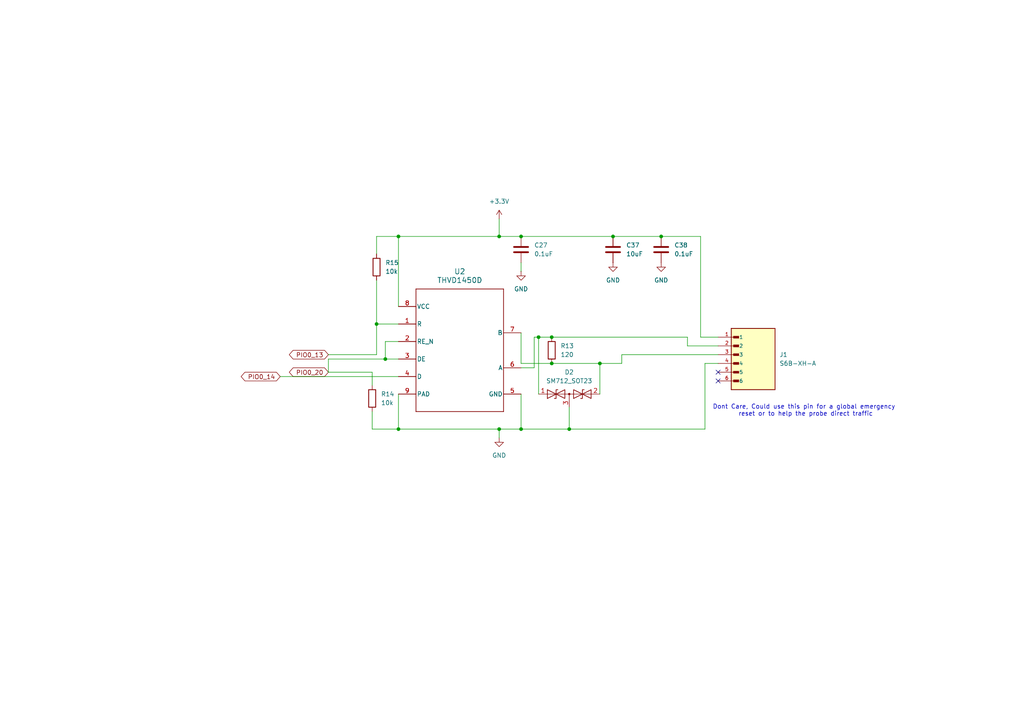
<source format=kicad_sch>
(kicad_sch (version 20250114) (generator "eeschema") (generator_version "9.0")
  (paper "A4")
  (lib_symbols
    (symbol "Device:C" (pin_numbers (hide yes)) (pin_names (offset 0.254))
      (property "Reference" "C" (at 0.635 2.54 0))
      (property "Value" "C" (at 0.635 -2.54 0))
      (symbol "C_0_1"
        (polyline (pts (xy -2.032 0.762) (xy 2.032 0.762)) (stroke (width 0.508)))
        (polyline (pts (xy -2.032 -0.762) (xy 2.032 -0.762)) (stroke (width 0.508)))
      )
      (symbol "C_1_1"
        (pin passive line (at 0 3.81 270) (length 2.794) (name "~") (number "1"))
        (pin passive line (at 0 -3.81 90) (length 2.794) (name "~") (number "2"))
      )
    )
    (symbol "Device:R" (pin_numbers (hide yes)) (pin_names (offset 0))
      (property "Reference" "R" (at 2.032 0 90))
      (property "Value" "R" (at 0 0 90))
      (symbol "R_0_1"
        (rectangle (start -1.016 -2.54) (end 1.016 2.54) (stroke (width 0.254)))
      )
      (symbol "R_1_1"
        (pin passive line (at 0 3.81 270) (length 1.27) (name "~") (number "1"))
        (pin passive line (at 0 -3.81 90) (length 1.27) (name "~") (number "2"))
      )
    )
    (symbol "Diode:SM712_SOT23" (pin_names (offset 1.016) (hide yes))
      (property "Reference" "D" (at 0 4.445 0))
      (property "Value" "SM712_SOT23" (at 0 2.54 0))
      (symbol "SM712_SOT23_0_0"
        (polyline (pts (xy 0 -1.27) (xy 0 0)))
      )
      (symbol "SM712_SOT23_0_1"
        (polyline (pts (xy -6.35 0) (xy 6.35 0)))
        (polyline (pts (xy -6.35 -1.27) (xy -1.27 1.27) (xy -1.27 -1.27) (xy -6.35 1.27) (xy -6.35 -1.27)) (stroke (width 0.2032)))
        (polyline (pts (xy -3.302 1.27) (xy -3.81 1.27) (xy -3.81 -1.27) (xy -4.318 -1.27)) (stroke (width 0.2032)))
        (circle (center 0 0) (radius 0.254) (fill (type outline)))
        (polyline (pts (xy 1.27 -1.27) (xy 1.27 1.27) (xy 6.35 -1.27) (xy 6.35 1.27) (xy 1.27 -1.27)) (stroke (width 0.2032)))
        (polyline (pts (xy 4.318 1.27) (xy 3.81 1.27) (xy 3.81 -1.27) (xy 3.302 -1.27)) (stroke (width 0.2032)))
      )
      (symbol "SM712_SOT23_1_1"
        (pin passive line (at -8.89 0 0) (length 2.54) (name "A1") (number "1"))
        (pin input line (at 0 -3.81 90) (length 2.54) (name "common") (number "3"))
        (pin passive line (at 8.89 0 180) (length 2.54) (name "A2") (number "2"))
      )
    )
    (symbol "RS485Transceiver:THVD1450D" (pin_names (offset 0.254))
      (property "Reference" "U" (at 0 2.54 0))
      (property "Value" "THVD1450D" (at 0 0 0))
      (symbol "THVD1450D_0_1"
        (polyline (pts (xy -12.7 17.78) (xy -12.7 -17.78)) (stroke (width 0.2032)))
        (polyline (pts (xy -12.7 -17.78) (xy 12.7 -17.78)) (stroke (width 0.2032)))
        (polyline (pts (xy 12.7 17.78) (xy -12.7 17.78)) (stroke (width 0.2032)))
        (polyline (pts (xy 12.7 -17.78) (xy 12.7 17.78)) (stroke (width 0.2032)))
        (pin power_in line (at -17.78 12.7 0) (length 5.08) (name "VCC") (number "8"))
        (pin output line (at -17.78 7.62 0) (length 5.08) (name "R") (number "1"))
        (pin input line (at -17.78 2.54 0) (length 5.08) (name "RE_N") (number "2"))
        (pin input line (at -17.78 -2.54 0) (length 5.08) (name "DE") (number "3"))
        (pin input line (at -17.78 -7.62 0) (length 5.08) (name "D") (number "4"))
        (pin unspecified line (at -17.78 -12.7 0) (length 5.08) (name "PAD") (number "9"))
        (pin bidirectional line (at 17.78 5.08 180) (length 5.08) (name "B") (number "7"))
        (pin bidirectional line (at 17.78 -5.08 180) (length 5.08) (name "A") (number "6"))
        (pin power_in line (at 17.78 -12.7 180) (length 5.08) (name "GND") (number "5"))
      )
    )
    (symbol "TotemBusMale:S6B-XH-A" (pin_names (offset 1.016))
      (property "Reference" "J" (at -6.85 10.16 0))
      (property "Value" "S6B-XH-A" (at -6.35 -10.16 0))
      (symbol "S6B-XH-A_0_0"
        (rectangle (start -6.35 -7.62) (end 6.35 10.16) (stroke (width 0.254)) (fill (type background)))
        (rectangle (start -5.715 7.3025) (end -4.1275 7.9375) (stroke (width 0.1)) (fill (type outline)))
        (rectangle (start -5.715 4.7625) (end -4.1275 5.3975) (stroke (width 0.1)) (fill (type outline)))
        (rectangle (start -5.715 2.2225) (end -4.1275 2.8575) (stroke (width 0.1)) (fill (type outline)))
        (rectangle (start -5.715 -0.3175) (end -4.1275 0.3175) (stroke (width 0.1)) (fill (type outline)))
        (rectangle (start -5.715 -2.8575) (end -4.1275 -2.2225) (stroke (width 0.1)) (fill (type outline)))
        (rectangle (start -5.715 -5.3975) (end -4.1275 -4.7625) (stroke (width 0.1)) (fill (type outline)))
        (pin passive line (at -10.16 7.62 0) (length 5.08) (name "1") (number "1"))
        (pin passive line (at -10.16 5.08 0) (length 5.08) (name "2") (number "2"))
        (pin passive line (at -10.16 2.54 0) (length 5.08) (name "3") (number "3"))
        (pin passive line (at -10.16 0 0) (length 5.08) (name "4") (number "4"))
        (pin passive line (at -10.16 -2.54 0) (length 5.08) (name "5") (number "5"))
        (pin passive line (at -10.16 -5.08 0) (length 5.08) (name "6") (number "6"))
      )
    )
    (symbol "power:+3.3V" (power) (pin_numbers (hide yes)) (pin_names (offset 0) (hide yes))
      (property "Value" "+3.3V" (at 0 3.556 0))
      (symbol "+3.3V_0_1"
        (polyline (pts (xy -0.762 1.27) (xy 0 2.54)))
        (polyline (pts (xy 0 2.54) (xy 0.762 1.27)))
        (polyline (pts (xy 0 0) (xy 0 2.54)))
      )
      (symbol "+3.3V_1_1"
        (pin power_in line (at 0 0 90) (length 0) (name "~") (number "1"))
      )
    )
    (symbol "power:GND" (power) (pin_numbers (hide yes)) (pin_names (offset 0) (hide yes))
      (property "Value" "GND" (at 0 -3.81 0))
      (symbol "GND_0_1"
        (polyline (pts (xy 0 0) (xy 0 -1.27) (xy 1.27 -1.27) (xy 0 -2.54) (xy -1.27 -1.27) (xy 0 -1.27)))
      )
      (symbol "GND_1_1"
        (pin power_in line (at 0 0 270) (length 0) (name "~") (number "1"))
      )
    )
  )
  (text "Dont Care, Could use this pin for a global emergency \nreset or to help the probe direct traffic\n" (at 233.68 119.126 0) (effects (font (size 1.27 1.27))))
  (junction (at 191.77 68.58))
  (junction (at 156.21 97.79))
  (junction (at 115.57 124.46))
  (junction (at 115.57 68.58))
  (junction (at 151.13 124.46))
  (junction (at 160.02 97.79))
  (junction (at 111.76 104.14))
  (junction (at 177.8 68.58))
  (junction (at 144.78 124.46))
  (junction (at 160.02 105.41))
  (junction (at 144.78 68.58))
  (junction (at 109.22 93.98))
  (junction (at 165.1 124.46))
  (junction (at 173.99 105.41))
  (junction (at 151.13 68.58))
  (no_connect (at 208.28 107.95))
  (no_connect (at 208.28 110.49))
  (wire (pts (xy 109.22 68.58) (xy 115.57 68.58)))
  (wire (pts (xy 203.2 68.58) (xy 203.2 97.79)))
  (wire (pts (xy 151.13 105.41) (xy 160.02 105.41)))
  (wire (pts (xy 107.95 124.46) (xy 115.57 124.46)))
  (wire (pts (xy 115.57 114.3) (xy 115.57 124.46)))
  (wire (pts (xy 115.57 99.06) (xy 111.76 99.06)))
  (wire (pts (xy 203.2 97.79) (xy 208.28 97.79)))
  (wire (pts (xy 109.22 93.98) (xy 115.57 93.98)))
  (wire (pts (xy 151.13 76.2) (xy 151.13 78.74)))
  (wire (pts (xy 107.95 107.95) (xy 107.95 111.76)))
  (wire (pts (xy 180.34 102.87) (xy 208.28 102.87)))
  (wire (pts (xy 160.02 105.41) (xy 173.99 105.41)))
  (wire (pts (xy 109.22 73.66) (xy 109.22 68.58)))
  (wire (pts (xy 160.02 97.79) (xy 199.39 97.79)))
  (wire (pts (xy 144.78 68.58) (xy 151.13 68.58)))
  (wire (pts (xy 115.57 124.46) (xy 144.78 124.46)))
  (wire (pts (xy 151.13 68.58) (xy 177.8 68.58)))
  (wire (pts (xy 144.78 63.5) (xy 144.78 68.58)))
  (wire (pts (xy 154.94 97.79) (xy 156.21 97.79)))
  (wire (pts (xy 151.13 105.41) (xy 151.13 96.52)))
  (wire (pts (xy 165.1 124.46) (xy 204.47 124.46)))
  (wire (pts (xy 107.95 119.38) (xy 107.95 124.46)))
  (wire (pts (xy 95.25 104.14) (xy 111.76 104.14)))
  (wire (pts (xy 115.57 68.58) (xy 115.57 88.9)))
  (wire (pts (xy 151.13 114.3) (xy 151.13 124.46)))
  (wire (pts (xy 95.25 102.87) (xy 109.22 102.87)))
  (wire (pts (xy 95.25 104.14) (xy 95.25 107.95)))
  (wire (pts (xy 204.47 124.46) (xy 204.47 105.41)))
  (wire (pts (xy 180.34 102.87) (xy 180.34 105.41)))
  (wire (pts (xy 204.47 105.41) (xy 208.28 105.41)))
  (wire (pts (xy 109.22 81.28) (xy 109.22 93.98)))
  (wire (pts (xy 165.1 118.11) (xy 165.1 124.46)))
  (wire (pts (xy 144.78 124.46) (xy 151.13 124.46)))
  (wire (pts (xy 156.21 97.79) (xy 156.21 114.3)))
  (wire (pts (xy 109.22 93.98) (xy 109.22 102.87)))
  (wire (pts (xy 191.77 68.58) (xy 203.2 68.58)))
  (wire (pts (xy 111.76 104.14) (xy 115.57 104.14)))
  (wire (pts (xy 173.99 105.41) (xy 180.34 105.41)))
  (wire (pts (xy 199.39 100.33) (xy 208.28 100.33)))
  (wire (pts (xy 144.78 124.46) (xy 144.78 127)))
  (wire (pts (xy 156.21 97.79) (xy 160.02 97.79)))
  (wire (pts (xy 151.13 124.46) (xy 165.1 124.46)))
  (wire (pts (xy 111.76 99.06) (xy 111.76 104.14)))
  (wire (pts (xy 81.28 109.22) (xy 115.57 109.22)))
  (wire (pts (xy 107.95 107.95) (xy 95.25 107.95)))
  (wire (pts (xy 177.8 68.58) (xy 191.77 68.58)))
  (wire (pts (xy 154.94 106.68) (xy 154.94 97.79)))
  (wire (pts (xy 151.13 106.68) (xy 154.94 106.68)))
  (wire (pts (xy 115.57 68.58) (xy 144.78 68.58)))
  (wire (pts (xy 173.99 105.41) (xy 173.99 114.3)))
  (wire (pts (xy 199.39 97.79) (xy 199.39 100.33)))
  (global_label "PIO0_14" (shape bidirectional) (at 81.28 109.22 180) (property "Intersheetrefs" "${INTERSHEET_REFS}" (effects (hide yes))))
  (global_label "PIO0_13" (shape bidirectional) (at 95.25 102.87 180) (property "Intersheetrefs" "${INTERSHEET_REFS}" (effects (hide yes))))
  (global_label "PIO0_20" (shape bidirectional) (at 95.25 107.95 180) (property "Intersheetrefs" "${INTERSHEET_REFS}" (effects (hide yes))))
  (symbol (lib_id "Device:R") (at 160.02 101.6 0) (unit 1)
    (property "Reference" "R13" (at 162.56 100.3299 0) (effects (justify left)))
    (property "Value" "120" (at 162.56 102.8699 0) (effects (justify left)))
    (property "Footprint" "Resistor_SMD:R_1206_3216Metric_Pad1.30x1.75mm_HandSolder" (effects (hide yes)))
    (property "Description" "Resistor" (effects (hide yes)))
  )
  (symbol (lib_id "RS485Transceiver:THVD1450D") (at 133.35 101.6 0) (unit 1)
    (property "Reference" "U2" (at 133.35 78.74 0) (effects (font (size 1.524 1.524))))
    (property "Value" "THVD1450D" (at 133.35 81.28 0) (effects (font (size 1.524 1.524))))
    (property "Footprint" "RS485Transceiver:D0008A_M" (effects (hide yes)))
    (property "Datasheet" "https://www.ti.com/lit/gpn/thvd1450" (effects (hide yes)))
  )
  (symbol (lib_id "Device:R") (at 109.22 77.47 0) (unit 1)
    (property "Reference" "R15" (at 111.76 76.1999 0) (effects (justify left)))
    (property "Value" "10k" (at 111.76 78.7399 0) (effects (justify left)))
    (property "Footprint" "Resistor_SMD:R_0805_2012Metric_Pad1.20x1.40mm_HandSolder" (effects (hide yes)))
    (property "Description" "Resistor" (effects (hide yes)))
  )
  (symbol (lib_id "power:+3.3V") (at 144.78 63.5 0) (unit 1)
    (property "Reference" "#PWR053" (effects (hide yes)))
    (property "Value" "+3.3V" (at 144.78 58.42 0))
    (property "Description" "Power symbol creates a global label with name \"+3.3V\"" (effects (hide yes)))
  )
  (symbol (lib_id "power:GND") (at 177.8 76.2 0) (unit 1)
    (property "Reference" "#PWR062" (effects (hide yes)))
    (property "Value" "GND" (at 177.8 81.28 0))
    (property "Description" "Power symbol creates a global label with name \"GND\" , ground" (effects (hide yes)))
  )
  (symbol (lib_id "Device:C") (at 151.13 72.39 0) (unit 1)
    (property "Reference" "C27" (at 154.94 71.1199 0) (effects (justify left)))
    (property "Value" "0.1uF" (at 154.94 73.6599 0) (effects (justify left)))
    (property "Footprint" "Capacitor_SMD:C_0805_2012Metric_Pad1.18x1.45mm_HandSolder" (effects (hide yes)))
    (property "Description" "Unpolarized capacitor" (effects (hide yes)))
  )
  (symbol (lib_id "power:GND") (at 144.78 127 0) (unit 1)
    (property "Reference" "#PWR033" (effects (hide yes)))
    (property "Value" "GND" (at 144.78 132.08 0))
    (property "Description" "Power symbol creates a global label with name \"GND\" , ground" (effects (hide yes)))
  )
  (symbol (lib_id "Device:C") (at 191.77 72.39 0) (unit 1)
    (property "Reference" "C38" (at 195.58 71.1199 0) (effects (justify left)))
    (property "Value" "0.1uF" (at 195.58 73.6599 0) (effects (justify left)))
    (property "Footprint" "Capacitor_SMD:C_0805_2012Metric_Pad1.18x1.45mm_HandSolder" (effects (hide yes)))
    (property "Description" "Unpolarized capacitor" (effects (hide yes)))
  )
  (symbol (lib_id "TotemBusMale:S6B-XH-A") (at 218.44 105.41 0) (unit 1)
    (property "Reference" "J1" (at 226.06 102.8699 0) (effects (justify left)))
    (property "Value" "S6B-XH-A" (at 226.06 105.4099 0) (effects (justify left)))
    (property "Footprint" "JSTS6B-XH-A-1:JST_S6B-XH-A" (effects (hide yes)))
    (property "MANUFACTURER" "JST" (effects (hide yes)))
  )
  (symbol (lib_id "Device:R") (at 107.95 115.57 0) (unit 1)
    (property "Reference" "R14" (at 110.49 114.2999 0) (effects (justify left)))
    (property "Value" "10k" (at 110.49 116.8399 0) (effects (justify left)))
    (property "Footprint" "Resistor_SMD:R_0805_2012Metric_Pad1.20x1.40mm_HandSolder" (effects (hide yes)))
    (property "Description" "Resistor" (effects (hide yes)))
  )
  (symbol (lib_id "power:GND") (at 151.13 78.74 0) (unit 1)
    (property "Reference" "#PWR034" (effects (hide yes)))
    (property "Value" "GND" (at 151.13 83.82 0))
    (property "Description" "Power symbol creates a global label with name \"GND\" , ground" (effects (hide yes)))
  )
  (symbol (lib_id "Diode:SM712_SOT23") (at 165.1 114.3 0) (unit 1)
    (property "Reference" "D2" (at 165.1 107.95 0))
    (property "Value" "SM712_SOT23" (at 165.1 110.49 0))
    (property "Footprint" "Package_TO_SOT_SMD:SOT-23_Handsoldering" (effects (hide yes)))
    (property "Datasheet" "https://www.littelfuse.com/~/media/electronics/datasheets/tvs_diode_arrays/littelfuse_tvs_diode_array_sm712_datasheet.pdf.pdf" (effects (hide yes)))
    (property "Description" "7V/12V, 600W Asymmetrical TVS Diode Array, SOT-23" (effects (hide yes)))
  )
  (symbol (lib_id "power:GND") (at 191.77 76.2 0) (unit 1)
    (property "Reference" "#PWR061" (effects (hide yes)))
    (property "Value" "GND" (at 191.77 81.28 0))
    (property "Description" "Power symbol creates a global label with name \"GND\" , ground" (effects (hide yes)))
  )
  (symbol (lib_id "Device:C") (at 177.8 72.39 0) (unit 1)
    (property "Reference" "C37" (at 181.61 71.1199 0) (effects (justify left)))
    (property "Value" "10uF" (at 181.61 73.6599 0) (effects (justify left)))
    (property "Footprint" "Capacitor_SMD:C_0805_2012Metric_Pad1.18x1.45mm_HandSolder" (effects (hide yes)))
    (property "Description" "Unpolarized capacitor" (effects (hide yes)))
  )
)
</source>
